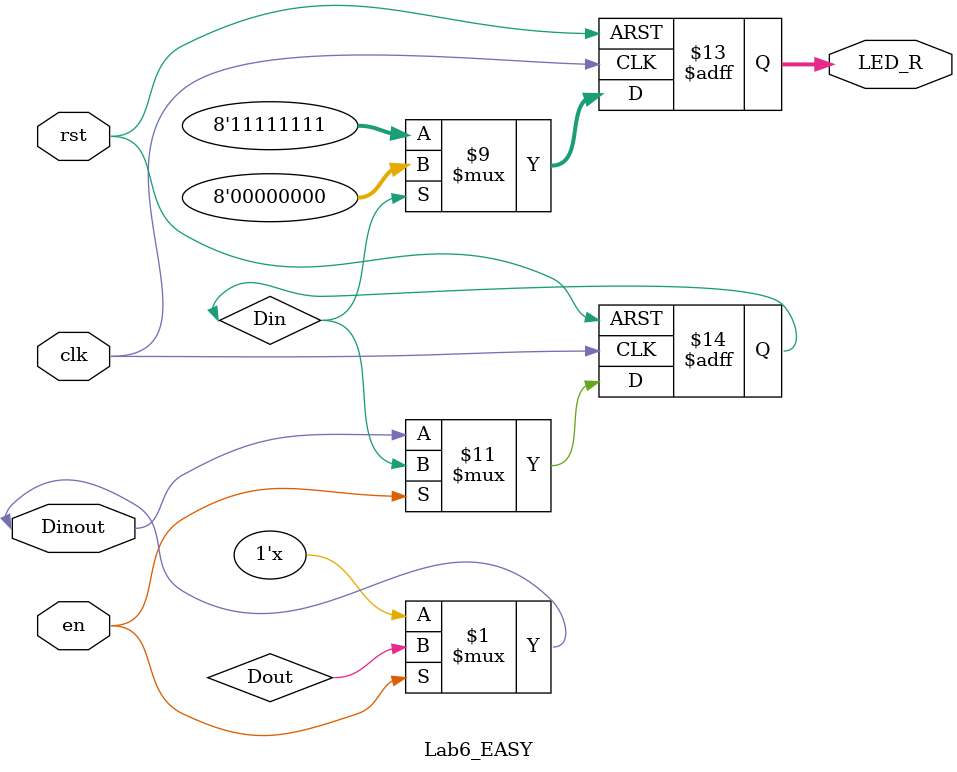
<source format=v>
`timescale 1ns / 1ps


  module Lab6_EASY(  //¦³°£ÀW
    input en,
    input clk,
    input rst,
    inout Dinout,
    output [7:0] LED_R
    );

reg Din,Dout;
reg [7:0] LED_R;



assign Dinout=en? Dout:1'bz; //1¡GDout¡A0¡GDin¡A«eif «áelse
always@(posedge clk or negedge rst) begin 
    if (~rst)
        Din<= 1'b0;
    else if(!en)
        Din <= Dinout;
end


always@(posedge clk or negedge rst) begin
    if (~rst)
        LED_R <= 8'd0;
    else if(~Din)
        LED_R <= 8'b11111111;
    else
        LED_R <= 8'd0;
end

endmodule

</source>
